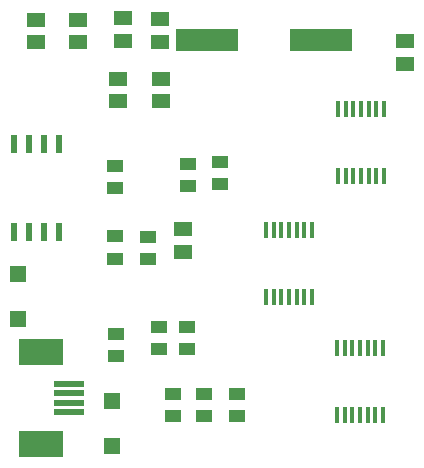
<source format=gtp>
G75*
%MOIN*%
%OFA0B0*%
%FSLAX25Y25*%
%IPPOS*%
%LPD*%
%AMOC8*
5,1,8,0,0,1.08239X$1,22.5*
%
%ADD10R,0.05906X0.05118*%
%ADD11R,0.05512X0.05512*%
%ADD12R,0.21000X0.07600*%
%ADD13R,0.05500X0.04000*%
%ADD14R,0.01400X0.05800*%
%ADD15R,0.02100X0.06100*%
%ADD16R,0.14961X0.08858*%
%ADD17R,0.09843X0.02165*%
D10*
X0074799Y0084760D03*
X0074799Y0092240D03*
X0067535Y0134819D03*
X0067535Y0142299D03*
X0067201Y0154760D03*
X0067201Y0162240D03*
X0054622Y0162496D03*
X0054622Y0155016D03*
X0052988Y0142299D03*
X0052988Y0134819D03*
X0039720Y0154504D03*
X0039720Y0161984D03*
X0025744Y0161984D03*
X0025744Y0154504D03*
X0148835Y0154878D03*
X0148835Y0147398D03*
D11*
X0019878Y0077358D03*
X0019878Y0062398D03*
X0051177Y0034858D03*
X0051177Y0019898D03*
D12*
X0082748Y0155232D03*
X0120748Y0155232D03*
D13*
X0087024Y0114700D03*
X0087024Y0107300D03*
X0076335Y0106611D03*
X0076335Y0114011D03*
X0052201Y0113322D03*
X0052201Y0105922D03*
X0052201Y0089779D03*
X0052201Y0082379D03*
X0063165Y0082300D03*
X0063165Y0089700D03*
X0066689Y0059700D03*
X0066689Y0052300D03*
X0076000Y0052300D03*
X0076000Y0059700D03*
X0052378Y0057200D03*
X0052378Y0049800D03*
X0071531Y0037377D03*
X0071531Y0029977D03*
X0081846Y0029977D03*
X0081846Y0037377D03*
X0092909Y0037377D03*
X0092909Y0029977D03*
D14*
X0125997Y0030313D03*
X0128597Y0030313D03*
X0131097Y0030313D03*
X0133697Y0030313D03*
X0136297Y0030313D03*
X0138797Y0030313D03*
X0141397Y0030313D03*
X0141397Y0052513D03*
X0138797Y0052513D03*
X0136297Y0052513D03*
X0133697Y0052513D03*
X0131097Y0052513D03*
X0128597Y0052513D03*
X0125997Y0052513D03*
X0117775Y0069683D03*
X0115175Y0069683D03*
X0112675Y0069683D03*
X0110075Y0069683D03*
X0107475Y0069683D03*
X0104975Y0069683D03*
X0102375Y0069683D03*
X0102375Y0091883D03*
X0104975Y0091883D03*
X0107475Y0091883D03*
X0110075Y0091883D03*
X0112675Y0091883D03*
X0115175Y0091883D03*
X0117775Y0091883D03*
X0126430Y0109900D03*
X0129030Y0109900D03*
X0131530Y0109900D03*
X0134130Y0109900D03*
X0136730Y0109900D03*
X0139230Y0109900D03*
X0141830Y0109900D03*
X0141830Y0132100D03*
X0139230Y0132100D03*
X0136730Y0132100D03*
X0134130Y0132100D03*
X0131530Y0132100D03*
X0129030Y0132100D03*
X0126430Y0132100D03*
D15*
X0033500Y0120600D03*
X0028500Y0120600D03*
X0023500Y0120600D03*
X0018500Y0120600D03*
X0018500Y0091400D03*
X0023500Y0091400D03*
X0028500Y0091400D03*
X0033500Y0091400D03*
D16*
X0027535Y0020744D03*
X0027535Y0051256D03*
D17*
X0036591Y0040724D03*
X0036591Y0037575D03*
X0036591Y0034425D03*
X0036591Y0031276D03*
M02*

</source>
